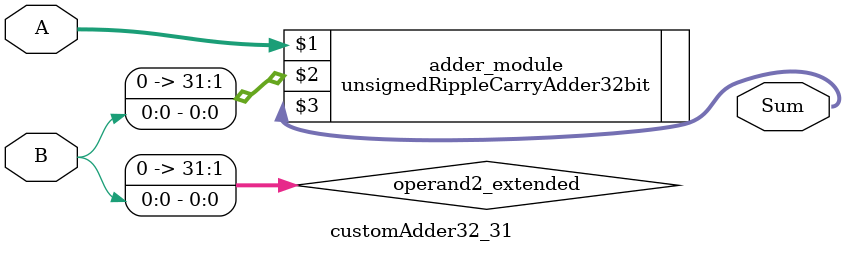
<source format=v>

module customAdder32_31(
                    input [31 : 0] A,
                    input [0 : 0] B,
                    
                    output [32 : 0] Sum
            );

    wire [31 : 0] operand2_extended;
    
    assign operand2_extended =  {31'b0, B};
    
    unsignedRippleCarryAdder32bit adder_module(
        A,
        operand2_extended,
        Sum
    );
    
endmodule
        
</source>
